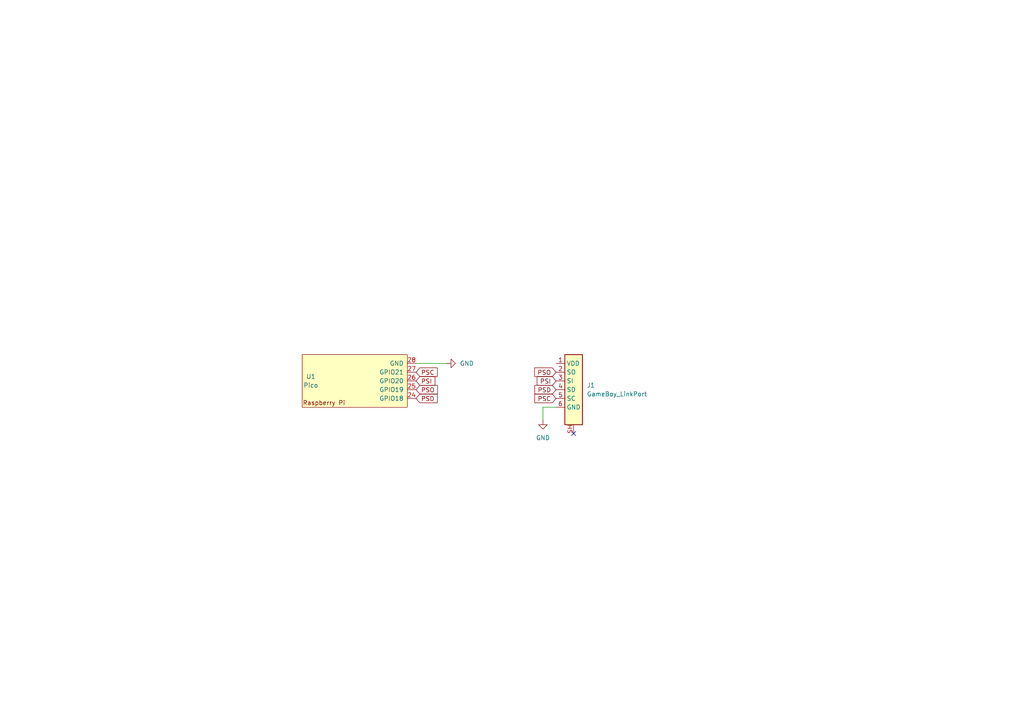
<source format=kicad_sch>
(kicad_sch (version 20211123) (generator eeschema)
  (paper "A4")
  (title_block (title "TileWorld GBA Adapter") (date "2022-08-19") (company "Squaresweets Games"))
  (lib_symbols
    (symbol "MCU_RaspberryPi_and_Boards:Pico" (pin_names (offset 1.016))
      (property "Reference" "U1" (at -12.7 -10.16 0))
      (property "Value" "Pico" (at -12.7 -12.7 0))
      (symbol "Pico_0_0"
        (text "Raspberry Pi" (at -8.89 -17.78 0) (effects (font (size 1.27 1.27))))
      )
      (symbol "Pico_0_1"
        (rectangle (start -15.24 -3.81) (end 15.24 -19.05) (fill (type background)))
      )
      (symbol "Pico_1_1"
        (pin bidirectional line (at 17.78 -16.51 180) (length 2.54) (name "GPIO18") (number "24"))
        (pin bidirectional line (at 17.78 -13.97 180) (length 2.54) (name "GPIO19") (number "25"))
        (pin bidirectional line (at 17.78 -11.43 180) (length 2.54) (name "GPIO20") (number "26"))
        (pin bidirectional line (at 17.78 -8.89 180) (length 2.54) (name "GPIO21") (number "27"))
        (pin power_in line (at 17.78 -6.35 180) (length 2.54) (name "GND") (number "28"))
      )
    )
    (symbol "gameboy_linkport:GameBoy_LinkPort"
      (property "Reference" "J7" (at 3.81 1.2701 0))
      (property "Value" "GameBoy_LinkPort" (at -8.89 11.43 0))
      (symbol "GameBoy_LinkPort_0_1"
        (rectangle (start -2.54 10.16) (end 2.54 -10.16) (stroke (width 0.254)) (fill (type background)))
      )
      (symbol "GameBoy_LinkPort_1_1"
        (pin passive line (at -5.08 7.62 0) (length 2.54) (name "VDD") (number "1"))
        (pin passive line (at -5.08 5.08 0) (length 2.54) (name "SO") (number "2"))
        (pin passive line (at -5.08 2.54 0) (length 2.54) (name "SI") (number "3"))
        (pin passive line (at -5.08 0 0) (length 2.54) (name "SD") (number "4"))
        (pin passive line (at -5.08 -2.54 0) (length 2.54) (name "SC") (number "5"))
        (pin passive line (at -5.08 -5.08 0) (length 2.54) (name "GND") (number "6"))
        (pin passive line (at 0 -12.7 90) (length 2.54) (name "~") (number "SH"))
      )
    )
    (symbol "power:GND" (power) (pin_names (offset 0))
      (property "Value" "GND" (at 0 -3.81 0))
      (symbol "GND_0_1"
        (polyline (pts (xy 0 0) (xy 0 -1.27) (xy 1.27 -1.27) (xy 0 -2.54) (xy -1.27 -1.27) (xy 0 -1.27)))
      )
      (symbol "GND_1_1"
        (pin power_in line (at 0 0 270) (length 0) hide (name "GND") (number "1"))
      )
    )
  )
  (no_connect (at 166.37 125.73))
  (wire (pts (xy 161.29 118.11) (xy 157.48 118.11)))
  (wire (pts (xy 157.48 118.11) (xy 157.48 121.92)))
  (wire (pts (xy 120.65 105.41) (xy 129.54 105.41)))
  (global_label "PSO" (shape input) (at 161.29 107.95 180) (property "Intersheet References" "${INTERSHEET_REFS}" (effects hide)))
  (global_label "PSO" (shape input) (at 120.65 113.03 0) (property "Intersheet References" "${INTERSHEET_REFS}" (effects hide)))
  (global_label "PSC" (shape input) (at 161.29 115.57 180) (property "Intersheet References" "${INTERSHEET_REFS}" (effects hide)))
  (global_label "PSC" (shape input) (at 120.65 107.95 0) (property "Intersheet References" "${INTERSHEET_REFS}" (effects hide)))
  (global_label "PSI" (shape input) (at 161.29 110.49 180) (property "Intersheet References" "${INTERSHEET_REFS}" (effects hide)))
  (global_label "PSD" (shape input) (at 120.65 115.57 0) (property "Intersheet References" "${INTERSHEET_REFS}" (effects hide)))
  (global_label "PSI" (shape input) (at 120.65 110.49 0) (property "Intersheet References" "${INTERSHEET_REFS}" (effects hide)))
  (global_label "PSD" (shape input) (at 161.29 113.03 180) (property "Intersheet References" "${INTERSHEET_REFS}" (effects hide)))
  (symbol (lib_id "gameboy_linkport:GameBoy_LinkPort") (at 166.37 113.03 0) (unit 1)
    (property "Reference" "J1" (at 170.18 111.7599 0) (effects (justify left)))
    (property "Value" "GameBoy_LinkPort" (at 170.18 114.2999 0) (effects (justify left)))
    (property "Footprint" "Gekkio_Connector:GameBoy_LinkPort_MGB_Horizontal" (effects hide))
  )
  (symbol (lib_id "power:GND") (at 129.54 105.41 90) (unit 1)
    (property "Reference" "#PWR09" (effects hide))
    (property "Value" "GND" (at 133.35 105.4099 90) (effects (justify right)))
  )
  (symbol (lib_id "MCU_RaspberryPi_and_Boards:Pico") (at 102.87 99.06 0) (unit 1)
    (property "Reference" "U1" (at 90.17 109.22 0))
    (property "Value" "Pico" (at 90.17 111.76 0))
    (property "Footprint" "RPi_Pico:RPi_Pico_SMD_TH" (effects hide))
  )
  (symbol (lib_id "power:GND") (at 157.48 121.92 0) (unit 1)
    (property "Reference" "#PWR020" (effects hide))
    (property "Value" "GND" (at 157.48 127 0))
  )
)
</source>
